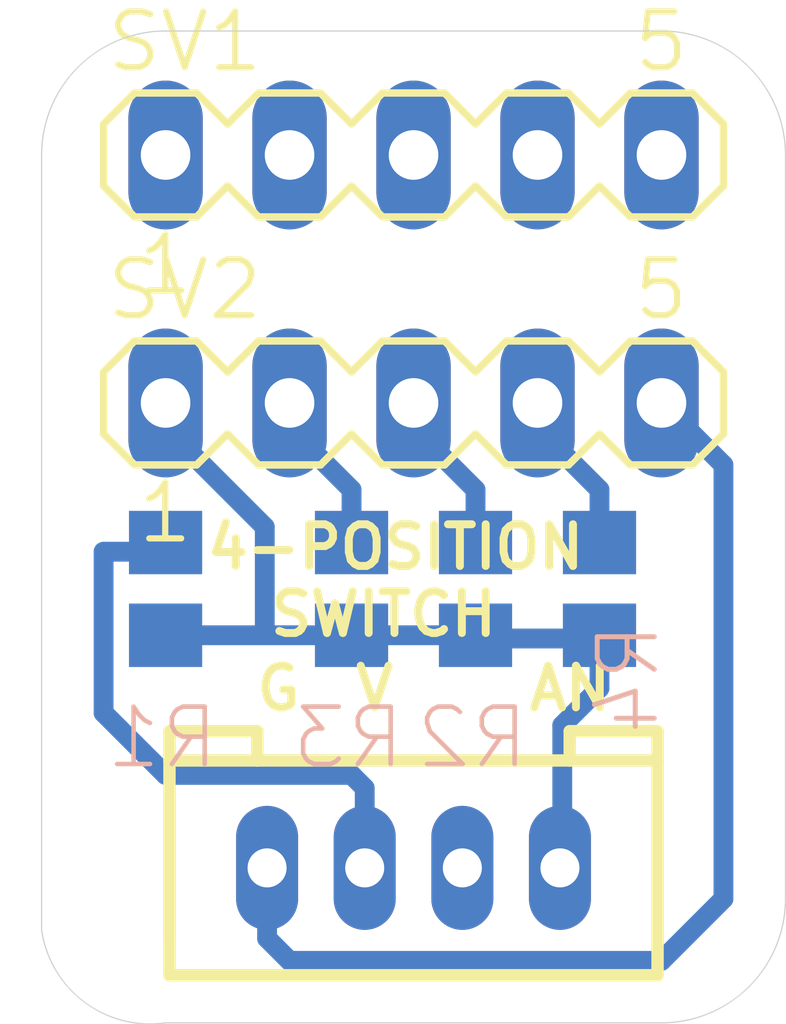
<source format=kicad_pcb>
(kicad_pcb (version 20211014) (generator pcbnew)
  (layers (0 "F.Cu" signal) (31 "B.Cu" signal) (34 "B.Paste" user) (35 "F.Paste" user) (36 "B.SilkS" user "B.Silkscreen") (37 "F.SilkS" user "F.Silkscreen") (38 "B.Mask" user) (39 "F.Mask" user) (44 "Edge.Cuts" user))
  (net 0 "")
  (net 1 "GND")
  (net 2 "V+")
  (net 3 "N$1")
  (net 4 "N$2")
  (net 5 "N$3")
  (net 6 "N$4")
  (footprint "weaver_multisw:HW4-2.0" (layer "F.Cu") (at 148.5011 111.977318 180)
    (fp_text reference "J2" hide)
    (fp_text value "4P-2.0" hide)
    (fp_line (start -5 -2.2) (end 5 -2.2) (layer "F.SilkS") (width 0.254))
    (fp_line (start 3.2 2.8) (end 5 2.8) (layer "F.SilkS") (width 0.254))
    (fp_line (start 5 2.2) (end 5 -2.2) (layer "F.SilkS") (width 0.254))
    (fp_line (start 5 -1.5) (end 5 1.5) (layer "F.SilkS") (width 0.254))
    (fp_line (start -5 -1) (end -5 1) (layer "F.SilkS") (width 0.127))
    (fp_line (start -3.2 2.8) (end -3.2 2.2) (layer "F.SilkS") (width 0.254))
    (fp_line (start -5 -2.2) (end -5 2.2) (layer "F.SilkS") (width 0.254))
    (fp_line (start -5 2.2) (end -5 2.8) (layer "F.SilkS") (width 0.254))
    (fp_line (start 3.2 2.2) (end 5 2.2) (layer "F.SilkS") (width 0.254))
    (fp_line (start -3.2 2.2) (end 3.2 2.2) (layer "F.SilkS") (width 0.254))
    (fp_line (start 3.2 2.2) (end 3.2 2.8) (layer "F.SilkS") (width 0.254))
    (fp_line (start 5 2.8) (end 5 2.2) (layer "F.SilkS") (width 0.254))
    (fp_line (start -5 2.8) (end -3.2 2.8) (layer "F.SilkS") (width 0.254))
    (fp_line (start -5 2.2) (end -3.2 2.2) (layer "F.SilkS") (width 0.254))
    (pad "1" thru_hole oval (at -3 0 270) (size 2.54 1.27) (drill 0.8) (layers *.Cu *.Mask) (net 3 "N$1"))
    (pad "2" thru_hole oval (at -1 0 270) (size 2.54 1.27) (drill 0.8) (layers *.Cu *.Mask))
    (pad "3" thru_hole oval (at 1 0 270) (size 2.54 1.27) (drill 0.8) (layers *.Cu *.Mask) (net 2 "V+"))
    (pad "4" thru_hole oval (at 3 0 270) (size 2.54 1.27) (drill 0.8) (layers *.Cu *.Mask) (net 1 "GND"))
  )
  (footprint "weaver_multisw:MA05-1" (layer "F.Cu") (at 148.5011 102.452318)
    (fp_text reference "SV2" (at -6.35 -1.651) (layer "F.SilkS") (effects (font (size 1.143 1.143) (thickness 0.127)) (justify left bottom)))
    (fp_text value "")
    (fp_text user "1" (at -5.715 2.921) (layer "F.SilkS") (effects (font (size 1.143 1.143) (thickness 0.127)) (justify left bottom)))
    (fp_text user "5" (at 4.445 -1.651) (layer "F.SilkS") (effects (font (size 1.143 1.143) (thickness 0.127)) (justify left bottom)))
    (fp_line (start -3.175 1.27) (end -3.81 0.635) (layer "F.SilkS") (width 0.1524))
    (fp_line (start 3.175 1.27) (end 1.905 1.27) (layer "F.SilkS") (width 0.1524))
    (fp_line (start -4.445 -1.27) (end -3.81 -0.635) (layer "F.SilkS") (width 0.1524))
    (fp_line (start 3.81 0.635) (end 3.175 1.27) (layer "F.SilkS") (width 0.1524))
    (fp_line (start 5.715 1.27) (end 4.445 1.27) (layer "F.SilkS") (width 0.1524))
    (fp_line (start -1.27 0.635) (end -1.905 1.27) (layer "F.SilkS") (width 0.1524))
    (fp_line (start -1.905 1.27) (end -3.175 1.27) (layer "F.SilkS") (width 0.1524))
    (fp_line (start 4.445 1.27) (end 3.81 0.635) (layer "F.SilkS") (width 0.1524))
    (fp_line (start -4.445 1.27) (end -5.715 1.27) (layer "F.SilkS") (width 0.1524))
    (fp_line (start 1.27 0.635) (end 1.905 1.27) (layer "F.SilkS") (width 0.1524))
    (fp_line (start 6.35 0.635) (end 5.715 1.27) (layer "F.SilkS") (width 0.1524))
    (fp_line (start 3.81 -0.635) (end 4.445 -1.27) (layer "F.SilkS") (width 0.1524))
    (fp_line (start -6.35 0.635) (end -5.715 1.27) (layer "F.SilkS") (width 0.1524))
    (fp_line (start -3.81 -0.635) (end -3.175 -1.27) (layer "F.SilkS") (width 0.1524))
    (fp_line (start -3.81 0.635) (end -4.445 1.27) (layer "F.SilkS") (width 0.1524))
    (fp_line (start -3.175 -1.27) (end -1.905 -1.27) (layer "F.SilkS") (width 0.1524))
    (fp_line (start -0.635 -1.27) (end 0.635 -1.27) (layer "F.SilkS") (width 0.1524))
    (fp_line (start 3.175 -1.27) (end 3.81 -0.635) (layer "F.SilkS") (width 0.1524))
    (fp_line (start -5.715 -1.27) (end -4.445 -1.27) (layer "F.SilkS") (width 0.1524))
    (fp_line (start -6.35 -0.635) (end -6.35 0.635) (layer "F.SilkS") (width 0.1524))
    (fp_line (start 1.905 -1.27) (end 3.175 -1.27) (layer "F.SilkS") (width 0.1524))
    (fp_line (start 5.715 -1.27) (end 6.35 -0.635) (layer "F.SilkS") (width 0.1524))
    (fp_line (start -5.715 -1.27) (end -6.35 -0.635) (layer "F.SilkS") (width 0.1524))
    (fp_line (start -0.635 1.27) (end -1.27 0.635) (layer "F.SilkS") (width 0.1524))
    (fp_line (start 0.635 1.27) (end -0.635 1.27) (layer "F.SilkS") (width 0.1524))
    (fp_line (start -1.27 -0.635) (end -0.635 -1.27) (layer "F.SilkS") (width 0.1524))
    (fp_line (start -1.905 -1.27) (end -1.27 -0.635) (layer "F.SilkS") (width 0.1524))
    (fp_line (start 1.905 -1.27) (end 1.27 -0.635) (layer "F.SilkS") (width 0.1524))
    (fp_line (start 0.635 -1.27) (end 1.27 -0.635) (layer "F.SilkS") (width 0.1524))
    (fp_line (start 4.445 -1.27) (end 5.715 -1.27) (layer "F.SilkS") (width 0.1524))
    (fp_line (start 1.27 0.635) (end 0.635 1.27) (layer "F.SilkS") (width 0.1524))
    (fp_line (start 6.35 -0.635) (end 6.35 0.635) (layer "F.SilkS") (width 0.1524))
    (pad "1" thru_hole oval (at -5.08 0 90) (size 3.048 1.524) (drill 1.016) (layers *.Cu *.Mask) (net 3 "N$1"))
    (pad "2" thru_hole oval (at -2.54 0 90) (size 3.048 1.524) (drill 1.016) (layers *.Cu *.Mask) (net 5 "N$3"))
    (pad "3" thru_hole oval (at 0 0 90) (size 3.048 1.524) (drill 1.016) (layers *.Cu *.Mask) (net 4 "N$2"))
    (pad "4" thru_hole oval (at 2.54 0 90) (size 3.048 1.524) (drill 1.016) (layers *.Cu *.Mask) (net 6 "N$4"))
    (pad "5" thru_hole oval (at 5.08 0 90) (size 3.048 1.524) (drill 1.016) (layers *.Cu *.Mask) (net 1 "GND"))
  )
  (footprint "weaver_multisw:MA05-1" (layer "F.Cu") (at 148.5011 97.372318)
    (fp_text reference "SV1" (at -6.35 -1.651) (layer "F.SilkS") (effects (font (size 1.143 1.143) (thickness 0.127)) (justify left bottom)))
    (fp_text value "")
    (fp_text user "1" (at -5.715 2.921) (layer "F.SilkS") (effects (font (size 1.143 1.143) (thickness 0.127)) (justify left bottom)))
    (fp_text user "5" (at 4.445 -1.651) (layer "F.SilkS") (effects (font (size 1.143 1.143) (thickness 0.127)) (justify left bottom)))
    (fp_line (start 1.905 -1.27) (end 1.27 -0.635) (layer "F.SilkS") (width 0.1524))
    (fp_line (start 4.445 1.27) (end 3.81 0.635) (layer "F.SilkS") (width 0.1524))
    (fp_line (start 0.635 -1.27) (end 1.27 -0.635) (layer "F.SilkS") (width 0.1524))
    (fp_line (start 1.27 0.635) (end 0.635 1.27) (layer "F.SilkS") (width 0.1524))
    (fp_line (start 1.27 0.635) (end 1.905 1.27) (layer "F.SilkS") (width 0.1524))
    (fp_line (start -4.445 1.27) (end -5.715 1.27) (layer "F.SilkS") (width 0.1524))
    (fp_line (start 6.35 -0.635) (end 6.35 0.635) (layer "F.SilkS") (width 0.1524))
    (fp_line (start -3.175 -1.27) (end -1.905 -1.27) (layer "F.SilkS") (width 0.1524))
    (fp_line (start 1.905 -1.27) (end 3.175 -1.27) (layer "F.SilkS") (width 0.1524))
    (fp_line (start -1.27 0.635) (end -1.905 1.27) (layer "F.SilkS") (width 0.1524))
    (fp_line (start 4.445 -1.27) (end 5.715 -1.27) (layer "F.SilkS") (width 0.1524))
    (fp_line (start 3.175 -1.27) (end 3.81 -0.635) (layer "F.SilkS") (width 0.1524))
    (fp_line (start -6.35 0.635) (end -5.715 1.27) (layer "F.SilkS") (width 0.1524))
    (fp_line (start -0.635 1.27) (end -1.27 0.635) (layer "F.SilkS") (width 0.1524))
    (fp_line (start 5.715 -1.27) (end 6.35 -0.635) (layer "F.SilkS") (width 0.1524))
    (fp_line (start -3.81 0.635) (end -4.445 1.27) (layer "F.SilkS") (width 0.1524))
    (fp_line (start 6.35 0.635) (end 5.715 1.27) (layer "F.SilkS") (width 0.1524))
    (fp_line (start 0.635 1.27) (end -0.635 1.27) (layer "F.SilkS") (width 0.1524))
    (fp_line (start 5.715 1.27) (end 4.445 1.27) (layer "F.SilkS") (width 0.1524))
    (fp_line (start -3.81 -0.635) (end -3.175 -1.27) (layer "F.SilkS") (width 0.1524))
    (fp_line (start -1.905 1.27) (end -3.175 1.27) (layer "F.SilkS") (width 0.1524))
    (fp_line (start -5.715 -1.27) (end -4.445 -1.27) (layer "F.SilkS") (width 0.1524))
    (fp_line (start -5.715 -1.27) (end -6.35 -0.635) (layer "F.SilkS") (width 0.1524))
    (fp_line (start -4.445 -1.27) (end -3.81 -0.635) (layer "F.SilkS") (width 0.1524))
    (fp_line (start -3.175 1.27) (end -3.81 0.635) (layer "F.SilkS") (width 0.1524))
    (fp_line (start 3.175 1.27) (end 1.905 1.27) (layer "F.SilkS") (width 0.1524))
    (fp_line (start -1.905 -1.27) (end -1.27 -0.635) (layer "F.SilkS") (width 0.1524))
    (fp_line (start 3.81 0.635) (end 3.175 1.27) (layer "F.SilkS") (width 0.1524))
    (fp_line (start -6.35 -0.635) (end -6.35 0.635) (layer "F.SilkS") (width 0.1524))
    (fp_line (start 3.81 -0.635) (end 4.445 -1.27) (layer "F.SilkS") (width 0.1524))
    (fp_line (start -0.635 -1.27) (end 0.635 -1.27) (layer "F.SilkS") (width 0.1524))
    (fp_line (start -1.27 -0.635) (end -0.635 -1.27) (layer "F.SilkS") (width 0.1524))
    (pad "1" thru_hole oval (at -5.08 0 90) (size 3.048 1.524) (drill 1.016) (layers *.Cu *.Mask))
    (pad "2" thru_hole oval (at -2.54 0 90) (size 3.048 1.524) (drill 1.016) (layers *.Cu *.Mask))
    (pad "3" thru_hole oval (at 0 0 90) (size 3.048 1.524) (drill 1.016) (layers *.Cu *.Mask))
    (pad "4" thru_hole oval (at 2.54 0 90) (size 3.048 1.524) (drill 1.016) (layers *.Cu *.Mask))
    (pad "5" thru_hole oval (at 5.08 0 90) (size 3.048 1.524) (drill 1.016) (layers *.Cu *.Mask))
  )
  (footprint "weaver_multisw:R0805" (layer "B.Cu") (at 152.3111 106.262318 90)
    (fp_text reference "R4" (at -0.635 1.27 270) (layer "B.SilkS") (effects (font (size 1.1684 1.1684) (thickness 0.1016)) (justify left bottom mirror)))
    (fp_text value "4.7k")
    (pad "1" smd rect (at -0.95 0 90) (size 1.3 1.5) (layers "B.Cu" "B.Paste" "B.Mask") (net 3 "N$1"))
    (pad "2" smd rect (at 0.95 0 90) (size 1.3 1.5) (layers "B.Cu" "B.Paste" "B.Mask") (net 6 "N$4"))
  )
  (footprint "weaver_multisw:R0805" (layer "B.Cu") (at 147.2311 106.262318 90)
    (fp_text reference "R3" (at -3.048 1.143 180) (layer "B.SilkS") (effects (font (size 1.176528 1.176528) (thickness 0.093472)) (justify left mirror)))
    (fp_text value "470")
    (pad "1" smd rect (at -0.95 0 90) (size 1.3 1.5) (layers "B.Cu" "B.Paste" "B.Mask") (net 3 "N$1"))
    (pad "2" smd rect (at 0.95 0 90) (size 1.3 1.5) (layers "B.Cu" "B.Paste" "B.Mask") (net 5 "N$3"))
  )
  (footprint "weaver_multisw:R0805" (layer "B.Cu") (at 149.7711 106.262318 90)
    (fp_text reference "R2" (at -3.048 1.143 180) (layer "B.SilkS") (effects (font (size 1.176528 1.176528) (thickness 0.093472)) (justify left mirror)))
    (fp_text value "2k2")
    (pad "1" smd rect (at -0.95 0 90) (size 1.3 1.5) (layers "B.Cu" "B.Paste" "B.Mask") (net 3 "N$1"))
    (pad "2" smd rect (at 0.95 0 90) (size 1.3 1.5) (layers "B.Cu" "B.Paste" "B.Mask") (net 4 "N$2"))
  )
  (footprint "weaver_multisw:R0805" (layer "B.Cu") (at 143.4211 106.262318 90)
    (fp_text reference "R1" (at -3.048 1.143 180) (layer "B.SilkS") (effects (font (size 1.176528 1.176528) (thickness 0.093472)) (justify left mirror)))
    (fp_text value "1k")
    (pad "1" smd rect (at -0.95 0 90) (size 1.3 1.5) (layers "B.Cu" "B.Paste" "B.Mask") (net 3 "N$1"))
    (pad "2" smd rect (at 0.95 0 90) (size 1.3 1.5) (layers "B.Cu" "B.Paste" "B.Mask") (net 2 "V+"))
  )
  (gr_line (start 153.5811 115.152318) (end 143.4211 115.152318) (layer "Edge.Cuts") (width 0.0254))
  (gr_arc (start 153.5811 94.832318) (mid 155.377151 95.576267) (end 156.1211 97.372318) (layer "Edge.Cuts") (width 0.0254))
  (gr_line (start 156.1211 97.372318) (end 156.1211 112.612318) (layer "Edge.Cuts") (width 0.0254))
  (gr_arc (start 143.4211 115.152318) (mid 141.756562 114.725869) (end 140.8811 113.247318) (layer "Edge.Cuts") (width 0.0254))
  (gr_line (start 143.4211 94.832318) (end 153.5811 94.832318) (layer "Edge.Cuts") (width 0.0254))
  (gr_arc (start 156.1211 112.612318) (mid 155.377151 114.408369) (end 153.5811 115.152318) (layer "Edge.Cuts") (width 0.0254))
  (gr_arc (start 140.8811 97.372318) (mid 141.625049 95.576267) (end 143.4211 94.832318) (layer "Edge.Cuts") (width 0.0254))
  (gr_line (start 140.8811 113.247318) (end 140.8811 97.372318) (layer "Edge.Cuts") (width 0.0254))
  (gr_text "G" (at 145.1991 108.802318) (layer "F.SilkS") (effects (font (size 0.85344 0.85344) (thickness 0.16256)) (justify left bottom)))
  (gr_text "V" (at 147.2311 108.802318) (layer "F.SilkS") (effects (font (size 0.85344 0.85344) (thickness 0.16256)) (justify left bottom)))
  (gr_text "4-POSITION \n  SWITCH" (at 144.1831 107.278318) (layer "F.SilkS") (effects (font (size 0.85344 0.85344) (thickness 0.16256)) (justify left bottom)))
  (gr_text "AN" (at 150.7871 108.802318) (layer "F.SilkS") (effects (font (size 0.85344 0.85344) (thickness 0.16256)) (justify left bottom)))
  (segment (start 154.8511 103.722318) (end 154.8511 112.612318) (width 0.4064) (layer "B.Cu") (net 1))
  (segment (start 154.8511 112.612318) (end 153.5811 113.882318) (width 0.4064) (layer "B.Cu") (net 1))
  (segment (start 153.5811 102.452318) (end 154.8511 103.722318) (width 0.4064) (layer "B.Cu") (net 1))
  (segment (start 153.5811 113.882318) (end 145.9611 113.882318) (width 0.4064) (layer "B.Cu") (net 1))
  (segment (start 145.5011 111.977318) (end 145.5011 113.422318) (width 0.4064) (layer "B.Cu") (net 1))
  (segment (start 145.5011 113.422318) (end 145.9611 113.882318) (width 0.4064) (layer "B.Cu") (net 1))
  (segment (start 147.5011 110.342318) (end 147.2311 110.072318) (width 0.4064) (layer "B.Cu") (net 2))
  (segment (start 143.4211 110.072318) (end 142.1511 108.802318) (width 0.4064) (layer "B.Cu") (net 2))
  (segment (start 147.2311 110.072318) (end 143.4211 110.072318) (width 0.4064) (layer "B.Cu") (net 2))
  (segment (start 147.5011 111.977318) (end 147.5011 110.342318) (width 0.4064) (layer "B.Cu") (net 2))
  (segment (start 143.2331 105.500318) (end 143.4211 105.312318) (width 0.4064) (layer "B.Cu") (net 2))
  (segment (start 142.1511 105.500318) (end 143.2331 105.500318) (width 0.4064) (layer "B.Cu") (net 2))
  (segment (start 142.1511 108.802318) (end 142.1511 105.500318) (width 0.4064) (layer "B.Cu") (net 2))
  (segment (start 145.4531 107.212318) (end 147.2311 107.212318) (width 0.4064) (layer "B.Cu") (net 3))
  (segment (start 143.4211 102.960318) (end 145.4531 104.992318) (width 0.4064) (layer "B.Cu") (net 3))
  (segment (start 152.3111 107.278318) (end 152.3111 108.294318) (width 0.4064) (layer "B.Cu") (net 3))
  (segment (start 149.7711 107.212318) (end 149.7711 107.278318) (width 0.4064) (layer "B.Cu") (net 3))
  (segment (start 152.3111 107.278318) (end 152.3111 107.212318) (width 0.4064) (layer "B.Cu") (net 3))
  (segment (start 149.7711 107.212318) (end 147.2311 107.212318) (width 0.4064) (layer "B.Cu") (net 3))
  (segment (start 145.4531 104.992318) (end 145.4531 107.212318) (width 0.4064) (layer "B.Cu") (net 3))
  (segment (start 152.3111 108.294318) (end 151.5491 109.056318) (width 0.4064) (layer "B.Cu") (net 3))
  (segment (start 151.5491 111.929318) (end 151.5011 111.977318) (width 0.4064) (layer "B.Cu") (net 3))
  (segment (start 151.5491 109.056318) (end 151.5491 111.929318) (width 0.4064) (layer "B.Cu") (net 3))
  (segment (start 143.4211 107.212318) (end 145.4531 107.212318) (width 0.4064) (layer "B.Cu") (net 3))
  (segment (start 143.4211 102.452318) (end 143.4211 102.960318) (width 0.4064) (layer "B.Cu") (net 3))
  (segment (start 149.7711 107.278318) (end 152.3111 107.278318) (width 0.4064) (layer "B.Cu") (net 3))
  (segment (start 148.5011 102.452318) (end 148.5011 102.960318) (width 0.4064) (layer "B.Cu") (net 4))
  (segment (start 148.5011 102.960318) (end 149.7711 104.230318) (width 0.4064) (layer "B.Cu") (net 4))
  (segment (start 149.7711 104.230318) (end 149.7711 105.312318) (width 0.4064) (layer "B.Cu") (net 4))
  (segment (start 145.9611 102.452318) (end 145.9611 102.960318) (width 0.4064) (layer "B.Cu") (net 5))
  (segment (start 147.2311 104.230318) (end 147.2311 105.312318) (width 0.4064) (layer "B.Cu") (net 5))
  (segment (start 145.9611 102.960318) (end 147.2311 104.230318) (width 0.4064) (layer "B.Cu") (net 5))
  (segment (start 152.3111 104.230318) (end 151.0411 102.960318) (width 0.4064) (layer "B.Cu") (net 6))
  (segment (start 152.3111 105.312318) (end 152.3111 104.230318) (width 0.4064) (layer "B.Cu") (net 6))
  (segment (start 151.0411 102.960318) (end 151.0411 102.452318) (width 0.4064) (layer "B.Cu") (net 6))
)
</source>
